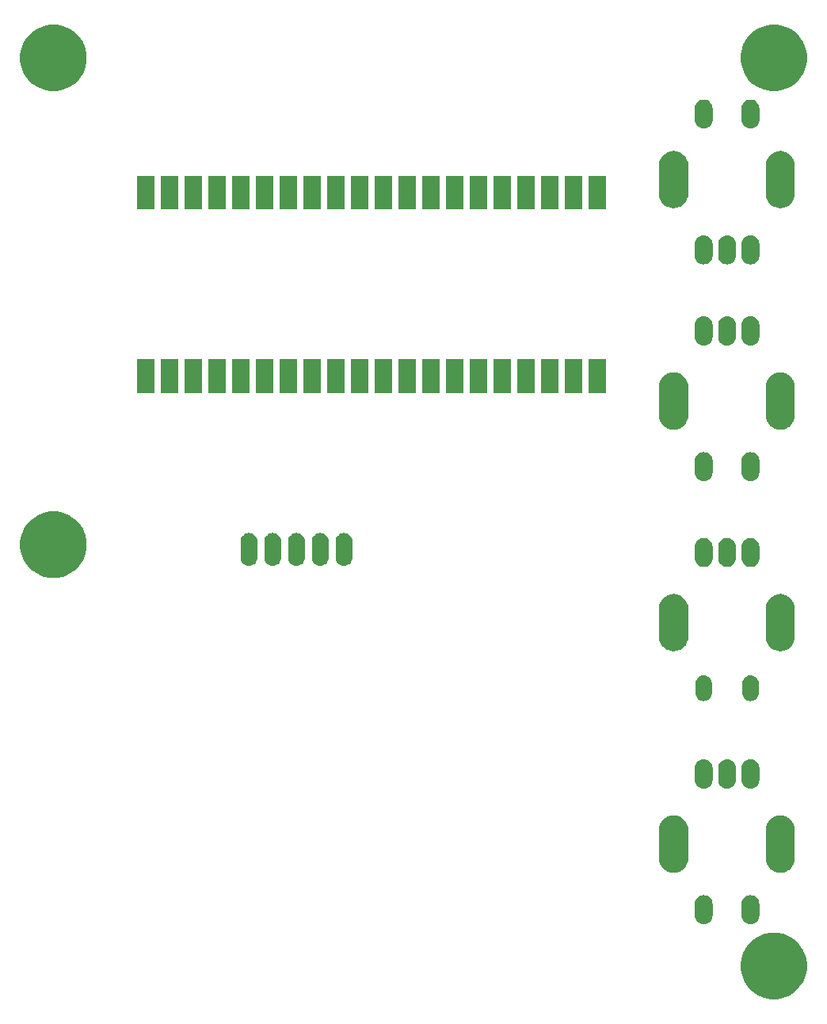
<source format=gbs>
G04 #@! TF.GenerationSoftware,KiCad,Pcbnew,(5.1.5)-3*
G04 #@! TF.CreationDate,2021-07-12T14:21:50+05:30*
G04 #@! TF.ProjectId,RB_Console,52425f43-6f6e-4736-9f6c-652e6b696361,rev?*
G04 #@! TF.SameCoordinates,Original*
G04 #@! TF.FileFunction,Soldermask,Bot*
G04 #@! TF.FilePolarity,Negative*
%FSLAX46Y46*%
G04 Gerber Fmt 4.6, Leading zero omitted, Abs format (unit mm)*
G04 Created by KiCad (PCBNEW (5.1.5)-3) date 2021-07-12 14:21:50*
%MOMM*%
%LPD*%
G04 APERTURE LIST*
%ADD10C,0.100000*%
G04 APERTURE END LIST*
D10*
G36*
X146035787Y-127585462D02*
G01*
X146035790Y-127585463D01*
X146035789Y-127585463D01*
X146682029Y-127853144D01*
X147263631Y-128241758D01*
X147758242Y-128736369D01*
X148146856Y-129317971D01*
X148261541Y-129594845D01*
X148414538Y-129964213D01*
X148551000Y-130650256D01*
X148551000Y-131349744D01*
X148414538Y-132035787D01*
X148414537Y-132035789D01*
X148146856Y-132682029D01*
X147758242Y-133263631D01*
X147263631Y-133758242D01*
X146682029Y-134146856D01*
X146225068Y-134336135D01*
X146035787Y-134414538D01*
X145349744Y-134551000D01*
X144650256Y-134551000D01*
X143964213Y-134414538D01*
X143774932Y-134336135D01*
X143317971Y-134146856D01*
X142736369Y-133758242D01*
X142241758Y-133263631D01*
X141853144Y-132682029D01*
X141585463Y-132035789D01*
X141585462Y-132035787D01*
X141449000Y-131349744D01*
X141449000Y-130650256D01*
X141585462Y-129964213D01*
X141738459Y-129594845D01*
X141853144Y-129317971D01*
X142241758Y-128736369D01*
X142736369Y-128241758D01*
X143317971Y-127853144D01*
X143964211Y-127585463D01*
X143964210Y-127585463D01*
X143964213Y-127585462D01*
X144650256Y-127449000D01*
X145349744Y-127449000D01*
X146035787Y-127585462D01*
G37*
G36*
X137686425Y-123462760D02*
G01*
X137686428Y-123462761D01*
X137686429Y-123462761D01*
X137865693Y-123517140D01*
X137865696Y-123517142D01*
X137865697Y-123517142D01*
X138030903Y-123605446D01*
X138175712Y-123724288D01*
X138294554Y-123869097D01*
X138382858Y-124034303D01*
X138382860Y-124034307D01*
X138437239Y-124213571D01*
X138437240Y-124213575D01*
X138451000Y-124353282D01*
X138451000Y-125646718D01*
X138437240Y-125786425D01*
X138437239Y-125786428D01*
X138437239Y-125786429D01*
X138382860Y-125965693D01*
X138382858Y-125965696D01*
X138382858Y-125965697D01*
X138294554Y-126130903D01*
X138175712Y-126275712D01*
X138030903Y-126394554D01*
X137865696Y-126482858D01*
X137865692Y-126482860D01*
X137686428Y-126537239D01*
X137686427Y-126537239D01*
X137686424Y-126537240D01*
X137500000Y-126555601D01*
X137313575Y-126537240D01*
X137313572Y-126537239D01*
X137313571Y-126537239D01*
X137134307Y-126482860D01*
X137134303Y-126482858D01*
X136969097Y-126394554D01*
X136824288Y-126275712D01*
X136705446Y-126130903D01*
X136617142Y-125965696D01*
X136617141Y-125965693D01*
X136617140Y-125965692D01*
X136562761Y-125786428D01*
X136562761Y-125786427D01*
X136562760Y-125786424D01*
X136549000Y-125646717D01*
X136549000Y-124353282D01*
X136562760Y-124213570D01*
X136617140Y-124034308D01*
X136705447Y-123869097D01*
X136824289Y-123724288D01*
X136969098Y-123605446D01*
X137134304Y-123517142D01*
X137134305Y-123517142D01*
X137134308Y-123517140D01*
X137313572Y-123462761D01*
X137313573Y-123462761D01*
X137313576Y-123462760D01*
X137500000Y-123444399D01*
X137686425Y-123462760D01*
G37*
G36*
X142686425Y-123462760D02*
G01*
X142686428Y-123462761D01*
X142686429Y-123462761D01*
X142865693Y-123517140D01*
X142865696Y-123517142D01*
X142865697Y-123517142D01*
X143030903Y-123605446D01*
X143175712Y-123724288D01*
X143294554Y-123869097D01*
X143382858Y-124034303D01*
X143382860Y-124034307D01*
X143437239Y-124213571D01*
X143437240Y-124213575D01*
X143451000Y-124353282D01*
X143451000Y-125646718D01*
X143437240Y-125786425D01*
X143437239Y-125786428D01*
X143437239Y-125786429D01*
X143382860Y-125965693D01*
X143382858Y-125965696D01*
X143382858Y-125965697D01*
X143294554Y-126130903D01*
X143175712Y-126275712D01*
X143030903Y-126394554D01*
X142865696Y-126482858D01*
X142865692Y-126482860D01*
X142686428Y-126537239D01*
X142686427Y-126537239D01*
X142686424Y-126537240D01*
X142500000Y-126555601D01*
X142313575Y-126537240D01*
X142313572Y-126537239D01*
X142313571Y-126537239D01*
X142134307Y-126482860D01*
X142134303Y-126482858D01*
X141969097Y-126394554D01*
X141824288Y-126275712D01*
X141705446Y-126130903D01*
X141617142Y-125965696D01*
X141617141Y-125965693D01*
X141617140Y-125965692D01*
X141562761Y-125786428D01*
X141562761Y-125786427D01*
X141562760Y-125786424D01*
X141549000Y-125646717D01*
X141549000Y-124353282D01*
X141562760Y-124213570D01*
X141617140Y-124034308D01*
X141705447Y-123869097D01*
X141824289Y-123724288D01*
X141969098Y-123605446D01*
X142134304Y-123517142D01*
X142134305Y-123517142D01*
X142134308Y-123517140D01*
X142313572Y-123462761D01*
X142313573Y-123462761D01*
X142313576Y-123462760D01*
X142500000Y-123444399D01*
X142686425Y-123462760D01*
G37*
G36*
X134604049Y-114971442D02*
G01*
X134896414Y-115060130D01*
X134896416Y-115060131D01*
X135165858Y-115204150D01*
X135402029Y-115397971D01*
X135595850Y-115634142D01*
X135739869Y-115903584D01*
X135739870Y-115903586D01*
X135828558Y-116195951D01*
X135851000Y-116423810D01*
X135851000Y-119576190D01*
X135828558Y-119804049D01*
X135739870Y-120096413D01*
X135739869Y-120096416D01*
X135595850Y-120365858D01*
X135489395Y-120495574D01*
X135402029Y-120602029D01*
X135201768Y-120766378D01*
X135165856Y-120795850D01*
X134896415Y-120939869D01*
X134896413Y-120939870D01*
X134604048Y-121028558D01*
X134300000Y-121058504D01*
X133995951Y-121028558D01*
X133703586Y-120939870D01*
X133703584Y-120939869D01*
X133434142Y-120795850D01*
X133304426Y-120689395D01*
X133197971Y-120602029D01*
X133004151Y-120365857D01*
X132860130Y-120096413D01*
X132771442Y-119804048D01*
X132749000Y-119576189D01*
X132749001Y-116423810D01*
X132771443Y-116195951D01*
X132860131Y-115903586D01*
X132860132Y-115903584D01*
X133004151Y-115634142D01*
X133197972Y-115397971D01*
X133434143Y-115204150D01*
X133703585Y-115060131D01*
X133703587Y-115060130D01*
X133995952Y-114971442D01*
X134300000Y-114941496D01*
X134604049Y-114971442D01*
G37*
G36*
X146004049Y-114971442D02*
G01*
X146296414Y-115060130D01*
X146296416Y-115060131D01*
X146565858Y-115204150D01*
X146802029Y-115397971D01*
X146995850Y-115634142D01*
X147139869Y-115903584D01*
X147139870Y-115903586D01*
X147228558Y-116195951D01*
X147251000Y-116423810D01*
X147251000Y-119576190D01*
X147228558Y-119804049D01*
X147139870Y-120096413D01*
X147139869Y-120096416D01*
X146995850Y-120365858D01*
X146889395Y-120495574D01*
X146802029Y-120602029D01*
X146601768Y-120766378D01*
X146565856Y-120795850D01*
X146296415Y-120939869D01*
X146296413Y-120939870D01*
X146004048Y-121028558D01*
X145700000Y-121058504D01*
X145395951Y-121028558D01*
X145103586Y-120939870D01*
X145103584Y-120939869D01*
X144834142Y-120795850D01*
X144704426Y-120689395D01*
X144597971Y-120602029D01*
X144404151Y-120365857D01*
X144260130Y-120096413D01*
X144171442Y-119804048D01*
X144149000Y-119576189D01*
X144149001Y-116423810D01*
X144171443Y-116195951D01*
X144260131Y-115903586D01*
X144260132Y-115903584D01*
X144404151Y-115634142D01*
X144597972Y-115397971D01*
X144834143Y-115204150D01*
X145103585Y-115060131D01*
X145103587Y-115060130D01*
X145395952Y-114971442D01*
X145700000Y-114941496D01*
X146004049Y-114971442D01*
G37*
G36*
X137686425Y-108962760D02*
G01*
X137686428Y-108962761D01*
X137686429Y-108962761D01*
X137865693Y-109017140D01*
X137865696Y-109017142D01*
X137865697Y-109017142D01*
X138030903Y-109105446D01*
X138175712Y-109224288D01*
X138294554Y-109369097D01*
X138382858Y-109534303D01*
X138382860Y-109534307D01*
X138437239Y-109713571D01*
X138437240Y-109713575D01*
X138451000Y-109853282D01*
X138451000Y-111146718D01*
X138437240Y-111286425D01*
X138437239Y-111286428D01*
X138437239Y-111286429D01*
X138382860Y-111465693D01*
X138382858Y-111465696D01*
X138382858Y-111465697D01*
X138294554Y-111630903D01*
X138175712Y-111775712D01*
X138030903Y-111894554D01*
X137865696Y-111982858D01*
X137865692Y-111982860D01*
X137686428Y-112037239D01*
X137686427Y-112037239D01*
X137686424Y-112037240D01*
X137500000Y-112055601D01*
X137313575Y-112037240D01*
X137313572Y-112037239D01*
X137313571Y-112037239D01*
X137134307Y-111982860D01*
X137134303Y-111982858D01*
X136969097Y-111894554D01*
X136824288Y-111775712D01*
X136705446Y-111630903D01*
X136617142Y-111465696D01*
X136617141Y-111465693D01*
X136617140Y-111465692D01*
X136562761Y-111286428D01*
X136562761Y-111286427D01*
X136562760Y-111286424D01*
X136549000Y-111146717D01*
X136549000Y-109853282D01*
X136562760Y-109713570D01*
X136617140Y-109534308D01*
X136705447Y-109369097D01*
X136824289Y-109224288D01*
X136969098Y-109105446D01*
X137134304Y-109017142D01*
X137134305Y-109017142D01*
X137134308Y-109017140D01*
X137313572Y-108962761D01*
X137313573Y-108962761D01*
X137313576Y-108962760D01*
X137500000Y-108944399D01*
X137686425Y-108962760D01*
G37*
G36*
X140186425Y-108962760D02*
G01*
X140186428Y-108962761D01*
X140186429Y-108962761D01*
X140365693Y-109017140D01*
X140365696Y-109017142D01*
X140365697Y-109017142D01*
X140530903Y-109105446D01*
X140675712Y-109224288D01*
X140794554Y-109369097D01*
X140882858Y-109534303D01*
X140882860Y-109534307D01*
X140937239Y-109713571D01*
X140937240Y-109713575D01*
X140951000Y-109853282D01*
X140951000Y-111146718D01*
X140937240Y-111286425D01*
X140937239Y-111286428D01*
X140937239Y-111286429D01*
X140882860Y-111465693D01*
X140882858Y-111465696D01*
X140882858Y-111465697D01*
X140794554Y-111630903D01*
X140675712Y-111775712D01*
X140530903Y-111894554D01*
X140365696Y-111982858D01*
X140365692Y-111982860D01*
X140186428Y-112037239D01*
X140186427Y-112037239D01*
X140186424Y-112037240D01*
X140000000Y-112055601D01*
X139813575Y-112037240D01*
X139813572Y-112037239D01*
X139813571Y-112037239D01*
X139634307Y-111982860D01*
X139634303Y-111982858D01*
X139469097Y-111894554D01*
X139324288Y-111775712D01*
X139205446Y-111630903D01*
X139117142Y-111465696D01*
X139117141Y-111465693D01*
X139117140Y-111465692D01*
X139062761Y-111286428D01*
X139062761Y-111286427D01*
X139062760Y-111286424D01*
X139049000Y-111146717D01*
X139049000Y-109853282D01*
X139062760Y-109713570D01*
X139117140Y-109534308D01*
X139205447Y-109369097D01*
X139324289Y-109224288D01*
X139469098Y-109105446D01*
X139634304Y-109017142D01*
X139634305Y-109017142D01*
X139634308Y-109017140D01*
X139813572Y-108962761D01*
X139813573Y-108962761D01*
X139813576Y-108962760D01*
X140000000Y-108944399D01*
X140186425Y-108962760D01*
G37*
G36*
X142686425Y-108962760D02*
G01*
X142686428Y-108962761D01*
X142686429Y-108962761D01*
X142865693Y-109017140D01*
X142865696Y-109017142D01*
X142865697Y-109017142D01*
X143030903Y-109105446D01*
X143175712Y-109224288D01*
X143294554Y-109369097D01*
X143382858Y-109534303D01*
X143382860Y-109534307D01*
X143437239Y-109713571D01*
X143437240Y-109713575D01*
X143451000Y-109853282D01*
X143451000Y-111146718D01*
X143437240Y-111286425D01*
X143437239Y-111286428D01*
X143437239Y-111286429D01*
X143382860Y-111465693D01*
X143382858Y-111465696D01*
X143382858Y-111465697D01*
X143294554Y-111630903D01*
X143175712Y-111775712D01*
X143030903Y-111894554D01*
X142865696Y-111982858D01*
X142865692Y-111982860D01*
X142686428Y-112037239D01*
X142686427Y-112037239D01*
X142686424Y-112037240D01*
X142500000Y-112055601D01*
X142313575Y-112037240D01*
X142313572Y-112037239D01*
X142313571Y-112037239D01*
X142134307Y-111982860D01*
X142134303Y-111982858D01*
X141969097Y-111894554D01*
X141824288Y-111775712D01*
X141705446Y-111630903D01*
X141617142Y-111465696D01*
X141617141Y-111465693D01*
X141617140Y-111465692D01*
X141562761Y-111286428D01*
X141562761Y-111286427D01*
X141562760Y-111286424D01*
X141549000Y-111146717D01*
X141549000Y-109853282D01*
X141562760Y-109713570D01*
X141617140Y-109534308D01*
X141705447Y-109369097D01*
X141824289Y-109224288D01*
X141969098Y-109105446D01*
X142134304Y-109017142D01*
X142134305Y-109017142D01*
X142134308Y-109017140D01*
X142313572Y-108962761D01*
X142313573Y-108962761D01*
X142313576Y-108962760D01*
X142500000Y-108944399D01*
X142686425Y-108962760D01*
G37*
G36*
X142671724Y-99966675D02*
G01*
X142836855Y-100016767D01*
X142989033Y-100098108D01*
X143122423Y-100207577D01*
X143231892Y-100340967D01*
X143313233Y-100493145D01*
X143363325Y-100658276D01*
X143376000Y-100786968D01*
X143376000Y-101873032D01*
X143363325Y-102001724D01*
X143313233Y-102166855D01*
X143231892Y-102319033D01*
X143122423Y-102452423D01*
X142989033Y-102561892D01*
X142836855Y-102643233D01*
X142671723Y-102693325D01*
X142500000Y-102710238D01*
X142328276Y-102693325D01*
X142163145Y-102643233D01*
X142010967Y-102561892D01*
X141877577Y-102452423D01*
X141768108Y-102319033D01*
X141686767Y-102166855D01*
X141636675Y-102001723D01*
X141624000Y-101873031D01*
X141624001Y-100786968D01*
X141636676Y-100658276D01*
X141686768Y-100493145D01*
X141768109Y-100340967D01*
X141877578Y-100207577D01*
X142010968Y-100098108D01*
X142163146Y-100016767D01*
X142328277Y-99966675D01*
X142500000Y-99949762D01*
X142671724Y-99966675D01*
G37*
G36*
X137671724Y-99966675D02*
G01*
X137836855Y-100016767D01*
X137989033Y-100098108D01*
X138122423Y-100207577D01*
X138231892Y-100340967D01*
X138313233Y-100493145D01*
X138363325Y-100658276D01*
X138376000Y-100786968D01*
X138376000Y-101873032D01*
X138363325Y-102001724D01*
X138313233Y-102166855D01*
X138231892Y-102319033D01*
X138122423Y-102452423D01*
X137989033Y-102561892D01*
X137836855Y-102643233D01*
X137671723Y-102693325D01*
X137500000Y-102710238D01*
X137328276Y-102693325D01*
X137163145Y-102643233D01*
X137010967Y-102561892D01*
X136877577Y-102452423D01*
X136768108Y-102319033D01*
X136686767Y-102166855D01*
X136636675Y-102001723D01*
X136624000Y-101873031D01*
X136624001Y-100786968D01*
X136636676Y-100658276D01*
X136686768Y-100493145D01*
X136768109Y-100340967D01*
X136877578Y-100207577D01*
X137010968Y-100098108D01*
X137163146Y-100016767D01*
X137328277Y-99966675D01*
X137500000Y-99949762D01*
X137671724Y-99966675D01*
G37*
G36*
X146004049Y-91301442D02*
G01*
X146296414Y-91390130D01*
X146296416Y-91390131D01*
X146565858Y-91534150D01*
X146802029Y-91727971D01*
X146995850Y-91964142D01*
X147139869Y-92233584D01*
X147139870Y-92233586D01*
X147228558Y-92525951D01*
X147251000Y-92753810D01*
X147251000Y-95906190D01*
X147228558Y-96134049D01*
X147139870Y-96426413D01*
X147139869Y-96426416D01*
X146995850Y-96695858D01*
X146889395Y-96825574D01*
X146802029Y-96932029D01*
X146601768Y-97096378D01*
X146565856Y-97125850D01*
X146296415Y-97269869D01*
X146296413Y-97269870D01*
X146004048Y-97358558D01*
X145700000Y-97388504D01*
X145395951Y-97358558D01*
X145103586Y-97269870D01*
X145103584Y-97269869D01*
X144834142Y-97125850D01*
X144704426Y-97019395D01*
X144597971Y-96932029D01*
X144404151Y-96695857D01*
X144260130Y-96426413D01*
X144171442Y-96134048D01*
X144149000Y-95906189D01*
X144149001Y-92753810D01*
X144171443Y-92525951D01*
X144260131Y-92233586D01*
X144260132Y-92233584D01*
X144404151Y-91964142D01*
X144597972Y-91727971D01*
X144834143Y-91534150D01*
X145103585Y-91390131D01*
X145103587Y-91390130D01*
X145395952Y-91301442D01*
X145700000Y-91271496D01*
X146004049Y-91301442D01*
G37*
G36*
X134604049Y-91301442D02*
G01*
X134896414Y-91390130D01*
X134896416Y-91390131D01*
X135165858Y-91534150D01*
X135402029Y-91727971D01*
X135595850Y-91964142D01*
X135739869Y-92233584D01*
X135739870Y-92233586D01*
X135828558Y-92525951D01*
X135851000Y-92753810D01*
X135851000Y-95906190D01*
X135828558Y-96134049D01*
X135739870Y-96426413D01*
X135739869Y-96426416D01*
X135595850Y-96695858D01*
X135489395Y-96825574D01*
X135402029Y-96932029D01*
X135201768Y-97096378D01*
X135165856Y-97125850D01*
X134896415Y-97269869D01*
X134896413Y-97269870D01*
X134604048Y-97358558D01*
X134300000Y-97388504D01*
X133995951Y-97358558D01*
X133703586Y-97269870D01*
X133703584Y-97269869D01*
X133434142Y-97125850D01*
X133304426Y-97019395D01*
X133197971Y-96932029D01*
X133004151Y-96695857D01*
X132860130Y-96426413D01*
X132771442Y-96134048D01*
X132749000Y-95906189D01*
X132749001Y-92753810D01*
X132771443Y-92525951D01*
X132860131Y-92233586D01*
X132860132Y-92233584D01*
X133004151Y-91964142D01*
X133197972Y-91727971D01*
X133434143Y-91534150D01*
X133703585Y-91390131D01*
X133703587Y-91390130D01*
X133995952Y-91301442D01*
X134300000Y-91271496D01*
X134604049Y-91301442D01*
G37*
G36*
X69035787Y-82585462D02*
G01*
X69035790Y-82585463D01*
X69035789Y-82585463D01*
X69682029Y-82853144D01*
X70263631Y-83241758D01*
X70758242Y-83736369D01*
X71146856Y-84317971D01*
X71261541Y-84594845D01*
X71414538Y-84964213D01*
X71551000Y-85650256D01*
X71551000Y-86349744D01*
X71414538Y-87035787D01*
X71414537Y-87035789D01*
X71146856Y-87682029D01*
X70758242Y-88263631D01*
X70263631Y-88758242D01*
X69682029Y-89146856D01*
X69225068Y-89336135D01*
X69035787Y-89414538D01*
X68349744Y-89551000D01*
X67650256Y-89551000D01*
X66964213Y-89414538D01*
X66774932Y-89336135D01*
X66317971Y-89146856D01*
X65736369Y-88758242D01*
X65241758Y-88263631D01*
X64853144Y-87682029D01*
X64585463Y-87035789D01*
X64585462Y-87035787D01*
X64449000Y-86349744D01*
X64449000Y-85650256D01*
X64585462Y-84964213D01*
X64738459Y-84594845D01*
X64853144Y-84317971D01*
X65241758Y-83736369D01*
X65736369Y-83241758D01*
X66317971Y-82853144D01*
X66964211Y-82585463D01*
X66964210Y-82585463D01*
X66964213Y-82585462D01*
X67650256Y-82449000D01*
X68349744Y-82449000D01*
X69035787Y-82585462D01*
G37*
G36*
X142686425Y-85292760D02*
G01*
X142686428Y-85292761D01*
X142686429Y-85292761D01*
X142865693Y-85347140D01*
X142865696Y-85347142D01*
X142865697Y-85347142D01*
X143030903Y-85435446D01*
X143175712Y-85554288D01*
X143294554Y-85699097D01*
X143382858Y-85864303D01*
X143382860Y-85864307D01*
X143437239Y-86043571D01*
X143437240Y-86043575D01*
X143451000Y-86183282D01*
X143451000Y-87476718D01*
X143437240Y-87616425D01*
X143437239Y-87616428D01*
X143437239Y-87616429D01*
X143382860Y-87795693D01*
X143382858Y-87795696D01*
X143382858Y-87795697D01*
X143294554Y-87960903D01*
X143175712Y-88105712D01*
X143030903Y-88224554D01*
X142865696Y-88312858D01*
X142865692Y-88312860D01*
X142686428Y-88367239D01*
X142686427Y-88367239D01*
X142686424Y-88367240D01*
X142500000Y-88385601D01*
X142313575Y-88367240D01*
X142313572Y-88367239D01*
X142313571Y-88367239D01*
X142134307Y-88312860D01*
X142134303Y-88312858D01*
X141969097Y-88224554D01*
X141824288Y-88105712D01*
X141705446Y-87960903D01*
X141617142Y-87795696D01*
X141617141Y-87795693D01*
X141617140Y-87795692D01*
X141562761Y-87616428D01*
X141562761Y-87616427D01*
X141562760Y-87616424D01*
X141549000Y-87476717D01*
X141549000Y-86183282D01*
X141562760Y-86043570D01*
X141617140Y-85864308D01*
X141705447Y-85699097D01*
X141824289Y-85554288D01*
X141969098Y-85435446D01*
X142134304Y-85347142D01*
X142134305Y-85347142D01*
X142134308Y-85347140D01*
X142313572Y-85292761D01*
X142313573Y-85292761D01*
X142313576Y-85292760D01*
X142500000Y-85274399D01*
X142686425Y-85292760D01*
G37*
G36*
X140186425Y-85292760D02*
G01*
X140186428Y-85292761D01*
X140186429Y-85292761D01*
X140365693Y-85347140D01*
X140365696Y-85347142D01*
X140365697Y-85347142D01*
X140530903Y-85435446D01*
X140675712Y-85554288D01*
X140794554Y-85699097D01*
X140882858Y-85864303D01*
X140882860Y-85864307D01*
X140937239Y-86043571D01*
X140937240Y-86043575D01*
X140951000Y-86183282D01*
X140951000Y-87476718D01*
X140937240Y-87616425D01*
X140937239Y-87616428D01*
X140937239Y-87616429D01*
X140882860Y-87795693D01*
X140882858Y-87795696D01*
X140882858Y-87795697D01*
X140794554Y-87960903D01*
X140675712Y-88105712D01*
X140530903Y-88224554D01*
X140365696Y-88312858D01*
X140365692Y-88312860D01*
X140186428Y-88367239D01*
X140186427Y-88367239D01*
X140186424Y-88367240D01*
X140000000Y-88385601D01*
X139813575Y-88367240D01*
X139813572Y-88367239D01*
X139813571Y-88367239D01*
X139634307Y-88312860D01*
X139634303Y-88312858D01*
X139469097Y-88224554D01*
X139324288Y-88105712D01*
X139205446Y-87960903D01*
X139117142Y-87795696D01*
X139117141Y-87795693D01*
X139117140Y-87795692D01*
X139062761Y-87616428D01*
X139062761Y-87616427D01*
X139062760Y-87616424D01*
X139049000Y-87476717D01*
X139049000Y-86183282D01*
X139062760Y-86043570D01*
X139117140Y-85864308D01*
X139205447Y-85699097D01*
X139324289Y-85554288D01*
X139469098Y-85435446D01*
X139634304Y-85347142D01*
X139634305Y-85347142D01*
X139634308Y-85347140D01*
X139813572Y-85292761D01*
X139813573Y-85292761D01*
X139813576Y-85292760D01*
X140000000Y-85274399D01*
X140186425Y-85292760D01*
G37*
G36*
X137686425Y-85292760D02*
G01*
X137686428Y-85292761D01*
X137686429Y-85292761D01*
X137865693Y-85347140D01*
X137865696Y-85347142D01*
X137865697Y-85347142D01*
X138030903Y-85435446D01*
X138175712Y-85554288D01*
X138294554Y-85699097D01*
X138382858Y-85864303D01*
X138382860Y-85864307D01*
X138437239Y-86043571D01*
X138437240Y-86043575D01*
X138451000Y-86183282D01*
X138451000Y-87476718D01*
X138437240Y-87616425D01*
X138437239Y-87616428D01*
X138437239Y-87616429D01*
X138382860Y-87795693D01*
X138382858Y-87795696D01*
X138382858Y-87795697D01*
X138294554Y-87960903D01*
X138175712Y-88105712D01*
X138030903Y-88224554D01*
X137865696Y-88312858D01*
X137865692Y-88312860D01*
X137686428Y-88367239D01*
X137686427Y-88367239D01*
X137686424Y-88367240D01*
X137500000Y-88385601D01*
X137313575Y-88367240D01*
X137313572Y-88367239D01*
X137313571Y-88367239D01*
X137134307Y-88312860D01*
X137134303Y-88312858D01*
X136969097Y-88224554D01*
X136824288Y-88105712D01*
X136705446Y-87960903D01*
X136617142Y-87795696D01*
X136617141Y-87795693D01*
X136617140Y-87795692D01*
X136562761Y-87616428D01*
X136562761Y-87616427D01*
X136562760Y-87616424D01*
X136549000Y-87476717D01*
X136549000Y-86183282D01*
X136562760Y-86043570D01*
X136617140Y-85864308D01*
X136705447Y-85699097D01*
X136824289Y-85554288D01*
X136969098Y-85435446D01*
X137134304Y-85347142D01*
X137134305Y-85347142D01*
X137134308Y-85347140D01*
X137313572Y-85292761D01*
X137313573Y-85292761D01*
X137313576Y-85292760D01*
X137500000Y-85274399D01*
X137686425Y-85292760D01*
G37*
G36*
X91616626Y-84762037D02*
G01*
X91786465Y-84813557D01*
X91786467Y-84813558D01*
X91942989Y-84897221D01*
X92080186Y-85009814D01*
X92163448Y-85111271D01*
X92192778Y-85147009D01*
X92276443Y-85303534D01*
X92327963Y-85473373D01*
X92327963Y-85473375D01*
X92335412Y-85549000D01*
X92341000Y-85605742D01*
X92341000Y-87394258D01*
X92327963Y-87526627D01*
X92276443Y-87696466D01*
X92192778Y-87852991D01*
X92163448Y-87888729D01*
X92080186Y-87990186D01*
X91983194Y-88069784D01*
X91942991Y-88102778D01*
X91786466Y-88186443D01*
X91616627Y-88237963D01*
X91440000Y-88255359D01*
X91263374Y-88237963D01*
X91093535Y-88186443D01*
X90937010Y-88102778D01*
X90896807Y-88069784D01*
X90799815Y-87990186D01*
X90716553Y-87888729D01*
X90687223Y-87852991D01*
X90603558Y-87696466D01*
X90552038Y-87526627D01*
X90539001Y-87394258D01*
X90539000Y-85605743D01*
X90552037Y-85473374D01*
X90603557Y-85303535D01*
X90609316Y-85292760D01*
X90687221Y-85147011D01*
X90799814Y-85009814D01*
X90901271Y-84926552D01*
X90937009Y-84897222D01*
X91093534Y-84813557D01*
X91263373Y-84762037D01*
X91440000Y-84744641D01*
X91616626Y-84762037D01*
G37*
G36*
X99236626Y-84762037D02*
G01*
X99406465Y-84813557D01*
X99406467Y-84813558D01*
X99562989Y-84897221D01*
X99700186Y-85009814D01*
X99783448Y-85111271D01*
X99812778Y-85147009D01*
X99896443Y-85303534D01*
X99947963Y-85473373D01*
X99947963Y-85473375D01*
X99955412Y-85549000D01*
X99961000Y-85605742D01*
X99961000Y-87394258D01*
X99947963Y-87526627D01*
X99896443Y-87696466D01*
X99812778Y-87852991D01*
X99783448Y-87888729D01*
X99700186Y-87990186D01*
X99603194Y-88069784D01*
X99562991Y-88102778D01*
X99406466Y-88186443D01*
X99236627Y-88237963D01*
X99060000Y-88255359D01*
X98883374Y-88237963D01*
X98713535Y-88186443D01*
X98557010Y-88102778D01*
X98516807Y-88069784D01*
X98419815Y-87990186D01*
X98336553Y-87888729D01*
X98307223Y-87852991D01*
X98223558Y-87696466D01*
X98172038Y-87526627D01*
X98159001Y-87394258D01*
X98159000Y-85605743D01*
X98172037Y-85473374D01*
X98223557Y-85303535D01*
X98229316Y-85292760D01*
X98307221Y-85147011D01*
X98419814Y-85009814D01*
X98521271Y-84926552D01*
X98557009Y-84897222D01*
X98713534Y-84813557D01*
X98883373Y-84762037D01*
X99060000Y-84744641D01*
X99236626Y-84762037D01*
G37*
G36*
X96696626Y-84762037D02*
G01*
X96866465Y-84813557D01*
X96866467Y-84813558D01*
X97022989Y-84897221D01*
X97160186Y-85009814D01*
X97243448Y-85111271D01*
X97272778Y-85147009D01*
X97356443Y-85303534D01*
X97407963Y-85473373D01*
X97407963Y-85473375D01*
X97415412Y-85549000D01*
X97421000Y-85605742D01*
X97421000Y-87394258D01*
X97407963Y-87526627D01*
X97356443Y-87696466D01*
X97272778Y-87852991D01*
X97243448Y-87888729D01*
X97160186Y-87990186D01*
X97063194Y-88069784D01*
X97022991Y-88102778D01*
X96866466Y-88186443D01*
X96696627Y-88237963D01*
X96520000Y-88255359D01*
X96343374Y-88237963D01*
X96173535Y-88186443D01*
X96017010Y-88102778D01*
X95976807Y-88069784D01*
X95879815Y-87990186D01*
X95796553Y-87888729D01*
X95767223Y-87852991D01*
X95683558Y-87696466D01*
X95632038Y-87526627D01*
X95619001Y-87394258D01*
X95619000Y-85605743D01*
X95632037Y-85473374D01*
X95683557Y-85303535D01*
X95689316Y-85292760D01*
X95767221Y-85147011D01*
X95879814Y-85009814D01*
X95981271Y-84926552D01*
X96017009Y-84897222D01*
X96173534Y-84813557D01*
X96343373Y-84762037D01*
X96520000Y-84744641D01*
X96696626Y-84762037D01*
G37*
G36*
X94156626Y-84762037D02*
G01*
X94326465Y-84813557D01*
X94326467Y-84813558D01*
X94482989Y-84897221D01*
X94620186Y-85009814D01*
X94703448Y-85111271D01*
X94732778Y-85147009D01*
X94816443Y-85303534D01*
X94867963Y-85473373D01*
X94867963Y-85473375D01*
X94875412Y-85549000D01*
X94881000Y-85605742D01*
X94881000Y-87394258D01*
X94867963Y-87526627D01*
X94816443Y-87696466D01*
X94732778Y-87852991D01*
X94703448Y-87888729D01*
X94620186Y-87990186D01*
X94523194Y-88069784D01*
X94482991Y-88102778D01*
X94326466Y-88186443D01*
X94156627Y-88237963D01*
X93980000Y-88255359D01*
X93803374Y-88237963D01*
X93633535Y-88186443D01*
X93477010Y-88102778D01*
X93436807Y-88069784D01*
X93339815Y-87990186D01*
X93256553Y-87888729D01*
X93227223Y-87852991D01*
X93143558Y-87696466D01*
X93092038Y-87526627D01*
X93079001Y-87394258D01*
X93079000Y-85605743D01*
X93092037Y-85473374D01*
X93143557Y-85303535D01*
X93149316Y-85292760D01*
X93227221Y-85147011D01*
X93339814Y-85009814D01*
X93441271Y-84926552D01*
X93477009Y-84897222D01*
X93633534Y-84813557D01*
X93803373Y-84762037D01*
X93980000Y-84744641D01*
X94156626Y-84762037D01*
G37*
G36*
X89076626Y-84762037D02*
G01*
X89246465Y-84813557D01*
X89246467Y-84813558D01*
X89402989Y-84897221D01*
X89540186Y-85009814D01*
X89623448Y-85111271D01*
X89652778Y-85147009D01*
X89736443Y-85303534D01*
X89787963Y-85473373D01*
X89787963Y-85473375D01*
X89795412Y-85549000D01*
X89801000Y-85605742D01*
X89801000Y-87394258D01*
X89787963Y-87526627D01*
X89736443Y-87696466D01*
X89652778Y-87852991D01*
X89623448Y-87888729D01*
X89540186Y-87990186D01*
X89443194Y-88069784D01*
X89402991Y-88102778D01*
X89246466Y-88186443D01*
X89076627Y-88237963D01*
X88900000Y-88255359D01*
X88723374Y-88237963D01*
X88553535Y-88186443D01*
X88397010Y-88102778D01*
X88356807Y-88069784D01*
X88259815Y-87990186D01*
X88176553Y-87888729D01*
X88147223Y-87852991D01*
X88063558Y-87696466D01*
X88012038Y-87526627D01*
X87999001Y-87394258D01*
X87999000Y-85605743D01*
X88012037Y-85473374D01*
X88063557Y-85303535D01*
X88069316Y-85292760D01*
X88147221Y-85147011D01*
X88259814Y-85009814D01*
X88361271Y-84926552D01*
X88397009Y-84897222D01*
X88553534Y-84813557D01*
X88723373Y-84762037D01*
X88900000Y-84744641D01*
X89076626Y-84762037D01*
G37*
G36*
X142686425Y-76122760D02*
G01*
X142686428Y-76122761D01*
X142686429Y-76122761D01*
X142865693Y-76177140D01*
X142865696Y-76177142D01*
X142865697Y-76177142D01*
X143030903Y-76265446D01*
X143175712Y-76384288D01*
X143294554Y-76529097D01*
X143382858Y-76694303D01*
X143382860Y-76694307D01*
X143437239Y-76873571D01*
X143437240Y-76873575D01*
X143451000Y-77013282D01*
X143451000Y-78306718D01*
X143437240Y-78446425D01*
X143437239Y-78446428D01*
X143437239Y-78446429D01*
X143382860Y-78625693D01*
X143382858Y-78625696D01*
X143382858Y-78625697D01*
X143294554Y-78790903D01*
X143175712Y-78935712D01*
X143030903Y-79054554D01*
X142865696Y-79142858D01*
X142865692Y-79142860D01*
X142686428Y-79197239D01*
X142686427Y-79197239D01*
X142686424Y-79197240D01*
X142500000Y-79215601D01*
X142313575Y-79197240D01*
X142313572Y-79197239D01*
X142313571Y-79197239D01*
X142134307Y-79142860D01*
X142134303Y-79142858D01*
X141969097Y-79054554D01*
X141824288Y-78935712D01*
X141705446Y-78790903D01*
X141617142Y-78625696D01*
X141617141Y-78625693D01*
X141617140Y-78625692D01*
X141562761Y-78446428D01*
X141562761Y-78446427D01*
X141562760Y-78446424D01*
X141549000Y-78306717D01*
X141549000Y-77013282D01*
X141562760Y-76873570D01*
X141617140Y-76694308D01*
X141705447Y-76529097D01*
X141824289Y-76384288D01*
X141969098Y-76265446D01*
X142134304Y-76177142D01*
X142134305Y-76177142D01*
X142134308Y-76177140D01*
X142313572Y-76122761D01*
X142313573Y-76122761D01*
X142313576Y-76122760D01*
X142500000Y-76104399D01*
X142686425Y-76122760D01*
G37*
G36*
X137686425Y-76122760D02*
G01*
X137686428Y-76122761D01*
X137686429Y-76122761D01*
X137865693Y-76177140D01*
X137865696Y-76177142D01*
X137865697Y-76177142D01*
X138030903Y-76265446D01*
X138175712Y-76384288D01*
X138294554Y-76529097D01*
X138382858Y-76694303D01*
X138382860Y-76694307D01*
X138437239Y-76873571D01*
X138437240Y-76873575D01*
X138451000Y-77013282D01*
X138451000Y-78306718D01*
X138437240Y-78446425D01*
X138437239Y-78446428D01*
X138437239Y-78446429D01*
X138382860Y-78625693D01*
X138382858Y-78625696D01*
X138382858Y-78625697D01*
X138294554Y-78790903D01*
X138175712Y-78935712D01*
X138030903Y-79054554D01*
X137865696Y-79142858D01*
X137865692Y-79142860D01*
X137686428Y-79197239D01*
X137686427Y-79197239D01*
X137686424Y-79197240D01*
X137500000Y-79215601D01*
X137313575Y-79197240D01*
X137313572Y-79197239D01*
X137313571Y-79197239D01*
X137134307Y-79142860D01*
X137134303Y-79142858D01*
X136969097Y-79054554D01*
X136824288Y-78935712D01*
X136705446Y-78790903D01*
X136617142Y-78625696D01*
X136617141Y-78625693D01*
X136617140Y-78625692D01*
X136562761Y-78446428D01*
X136562761Y-78446427D01*
X136562760Y-78446424D01*
X136549000Y-78306717D01*
X136549000Y-77013282D01*
X136562760Y-76873570D01*
X136617140Y-76694308D01*
X136705447Y-76529097D01*
X136824289Y-76384288D01*
X136969098Y-76265446D01*
X137134304Y-76177142D01*
X137134305Y-76177142D01*
X137134308Y-76177140D01*
X137313572Y-76122761D01*
X137313573Y-76122761D01*
X137313576Y-76122760D01*
X137500000Y-76104399D01*
X137686425Y-76122760D01*
G37*
G36*
X146004049Y-67631442D02*
G01*
X146296414Y-67720130D01*
X146296416Y-67720131D01*
X146565858Y-67864150D01*
X146802029Y-68057971D01*
X146995850Y-68294142D01*
X147139869Y-68563584D01*
X147139870Y-68563586D01*
X147228558Y-68855951D01*
X147251000Y-69083810D01*
X147251000Y-72236190D01*
X147228558Y-72464049D01*
X147139870Y-72756413D01*
X147139869Y-72756416D01*
X146995850Y-73025858D01*
X146889395Y-73155574D01*
X146802029Y-73262029D01*
X146601768Y-73426378D01*
X146565856Y-73455850D01*
X146296415Y-73599869D01*
X146296413Y-73599870D01*
X146004048Y-73688558D01*
X145700000Y-73718504D01*
X145395951Y-73688558D01*
X145103586Y-73599870D01*
X145103584Y-73599869D01*
X144834142Y-73455850D01*
X144704426Y-73349395D01*
X144597971Y-73262029D01*
X144404151Y-73025857D01*
X144260130Y-72756413D01*
X144171442Y-72464048D01*
X144149000Y-72236189D01*
X144149001Y-69083810D01*
X144171443Y-68855951D01*
X144260131Y-68563586D01*
X144260132Y-68563584D01*
X144404151Y-68294142D01*
X144597972Y-68057971D01*
X144834143Y-67864150D01*
X145103585Y-67720131D01*
X145103587Y-67720130D01*
X145395952Y-67631442D01*
X145700000Y-67601496D01*
X146004049Y-67631442D01*
G37*
G36*
X134604049Y-67631442D02*
G01*
X134896414Y-67720130D01*
X134896416Y-67720131D01*
X135165858Y-67864150D01*
X135402029Y-68057971D01*
X135595850Y-68294142D01*
X135739869Y-68563584D01*
X135739870Y-68563586D01*
X135828558Y-68855951D01*
X135851000Y-69083810D01*
X135851000Y-72236190D01*
X135828558Y-72464049D01*
X135739870Y-72756413D01*
X135739869Y-72756416D01*
X135595850Y-73025858D01*
X135489395Y-73155574D01*
X135402029Y-73262029D01*
X135201768Y-73426378D01*
X135165856Y-73455850D01*
X134896415Y-73599869D01*
X134896413Y-73599870D01*
X134604048Y-73688558D01*
X134300000Y-73718504D01*
X133995951Y-73688558D01*
X133703586Y-73599870D01*
X133703584Y-73599869D01*
X133434142Y-73455850D01*
X133304426Y-73349395D01*
X133197971Y-73262029D01*
X133004151Y-73025857D01*
X132860130Y-72756413D01*
X132771442Y-72464048D01*
X132749000Y-72236189D01*
X132749001Y-69083810D01*
X132771443Y-68855951D01*
X132860131Y-68563586D01*
X132860132Y-68563584D01*
X133004151Y-68294142D01*
X133197972Y-68057971D01*
X133434143Y-67864150D01*
X133703585Y-67720131D01*
X133703587Y-67720130D01*
X133995952Y-67631442D01*
X134300000Y-67601496D01*
X134604049Y-67631442D01*
G37*
G36*
X88931000Y-69791000D02*
G01*
X87129000Y-69791000D01*
X87129000Y-66189000D01*
X88931000Y-66189000D01*
X88931000Y-69791000D01*
G37*
G36*
X81311000Y-69791000D02*
G01*
X79509000Y-69791000D01*
X79509000Y-66189000D01*
X81311000Y-66189000D01*
X81311000Y-69791000D01*
G37*
G36*
X78771000Y-69791000D02*
G01*
X76969000Y-69791000D01*
X76969000Y-66189000D01*
X78771000Y-66189000D01*
X78771000Y-69791000D01*
G37*
G36*
X127031000Y-69791000D02*
G01*
X125229000Y-69791000D01*
X125229000Y-66189000D01*
X127031000Y-66189000D01*
X127031000Y-69791000D01*
G37*
G36*
X124491000Y-69791000D02*
G01*
X122689000Y-69791000D01*
X122689000Y-66189000D01*
X124491000Y-66189000D01*
X124491000Y-69791000D01*
G37*
G36*
X116871000Y-69791000D02*
G01*
X115069000Y-69791000D01*
X115069000Y-66189000D01*
X116871000Y-66189000D01*
X116871000Y-69791000D01*
G37*
G36*
X86391000Y-69791000D02*
G01*
X84589000Y-69791000D01*
X84589000Y-66189000D01*
X86391000Y-66189000D01*
X86391000Y-69791000D01*
G37*
G36*
X94011000Y-69791000D02*
G01*
X92209000Y-69791000D01*
X92209000Y-66189000D01*
X94011000Y-66189000D01*
X94011000Y-69791000D01*
G37*
G36*
X96551000Y-69791000D02*
G01*
X94749000Y-69791000D01*
X94749000Y-66189000D01*
X96551000Y-66189000D01*
X96551000Y-69791000D01*
G37*
G36*
X99091000Y-69791000D02*
G01*
X97289000Y-69791000D01*
X97289000Y-66189000D01*
X99091000Y-66189000D01*
X99091000Y-69791000D01*
G37*
G36*
X104171000Y-69791000D02*
G01*
X102369000Y-69791000D01*
X102369000Y-66189000D01*
X104171000Y-66189000D01*
X104171000Y-69791000D01*
G37*
G36*
X106711000Y-69791000D02*
G01*
X104909000Y-69791000D01*
X104909000Y-66189000D01*
X106711000Y-66189000D01*
X106711000Y-69791000D01*
G37*
G36*
X109251000Y-69791000D02*
G01*
X107449000Y-69791000D01*
X107449000Y-66189000D01*
X109251000Y-66189000D01*
X109251000Y-69791000D01*
G37*
G36*
X111791000Y-69791000D02*
G01*
X109989000Y-69791000D01*
X109989000Y-66189000D01*
X111791000Y-66189000D01*
X111791000Y-69791000D01*
G37*
G36*
X114331000Y-69791000D02*
G01*
X112529000Y-69791000D01*
X112529000Y-66189000D01*
X114331000Y-66189000D01*
X114331000Y-69791000D01*
G37*
G36*
X91471000Y-69791000D02*
G01*
X89669000Y-69791000D01*
X89669000Y-66189000D01*
X91471000Y-66189000D01*
X91471000Y-69791000D01*
G37*
G36*
X119411000Y-69791000D02*
G01*
X117609000Y-69791000D01*
X117609000Y-66189000D01*
X119411000Y-66189000D01*
X119411000Y-69791000D01*
G37*
G36*
X83851000Y-69791000D02*
G01*
X82049000Y-69791000D01*
X82049000Y-66189000D01*
X83851000Y-66189000D01*
X83851000Y-69791000D01*
G37*
G36*
X121951000Y-69791000D02*
G01*
X120149000Y-69791000D01*
X120149000Y-66189000D01*
X121951000Y-66189000D01*
X121951000Y-69791000D01*
G37*
G36*
X101631000Y-69791000D02*
G01*
X99829000Y-69791000D01*
X99829000Y-66189000D01*
X101631000Y-66189000D01*
X101631000Y-69791000D01*
G37*
G36*
X137686425Y-61622760D02*
G01*
X137686428Y-61622761D01*
X137686429Y-61622761D01*
X137865693Y-61677140D01*
X137865696Y-61677142D01*
X137865697Y-61677142D01*
X138030903Y-61765446D01*
X138175712Y-61884288D01*
X138294554Y-62029097D01*
X138382858Y-62194303D01*
X138382860Y-62194307D01*
X138437239Y-62373571D01*
X138437240Y-62373575D01*
X138451000Y-62513282D01*
X138451000Y-63806718D01*
X138437240Y-63946425D01*
X138437239Y-63946428D01*
X138437239Y-63946429D01*
X138382860Y-64125693D01*
X138382858Y-64125696D01*
X138382858Y-64125697D01*
X138294554Y-64290903D01*
X138175712Y-64435712D01*
X138030903Y-64554554D01*
X137865696Y-64642858D01*
X137865692Y-64642860D01*
X137686428Y-64697239D01*
X137686427Y-64697239D01*
X137686424Y-64697240D01*
X137500000Y-64715601D01*
X137313575Y-64697240D01*
X137313572Y-64697239D01*
X137313571Y-64697239D01*
X137134307Y-64642860D01*
X137134303Y-64642858D01*
X136969097Y-64554554D01*
X136824288Y-64435712D01*
X136705446Y-64290903D01*
X136617142Y-64125696D01*
X136617141Y-64125693D01*
X136617140Y-64125692D01*
X136562761Y-63946428D01*
X136562761Y-63946427D01*
X136562760Y-63946424D01*
X136549000Y-63806717D01*
X136549000Y-62513282D01*
X136562760Y-62373570D01*
X136617140Y-62194308D01*
X136705447Y-62029097D01*
X136824289Y-61884288D01*
X136969098Y-61765446D01*
X137134304Y-61677142D01*
X137134305Y-61677142D01*
X137134308Y-61677140D01*
X137313572Y-61622761D01*
X137313573Y-61622761D01*
X137313576Y-61622760D01*
X137500000Y-61604399D01*
X137686425Y-61622760D01*
G37*
G36*
X140186425Y-61622760D02*
G01*
X140186428Y-61622761D01*
X140186429Y-61622761D01*
X140365693Y-61677140D01*
X140365696Y-61677142D01*
X140365697Y-61677142D01*
X140530903Y-61765446D01*
X140675712Y-61884288D01*
X140794554Y-62029097D01*
X140882858Y-62194303D01*
X140882860Y-62194307D01*
X140937239Y-62373571D01*
X140937240Y-62373575D01*
X140951000Y-62513282D01*
X140951000Y-63806718D01*
X140937240Y-63946425D01*
X140937239Y-63946428D01*
X140937239Y-63946429D01*
X140882860Y-64125693D01*
X140882858Y-64125696D01*
X140882858Y-64125697D01*
X140794554Y-64290903D01*
X140675712Y-64435712D01*
X140530903Y-64554554D01*
X140365696Y-64642858D01*
X140365692Y-64642860D01*
X140186428Y-64697239D01*
X140186427Y-64697239D01*
X140186424Y-64697240D01*
X140000000Y-64715601D01*
X139813575Y-64697240D01*
X139813572Y-64697239D01*
X139813571Y-64697239D01*
X139634307Y-64642860D01*
X139634303Y-64642858D01*
X139469097Y-64554554D01*
X139324288Y-64435712D01*
X139205446Y-64290903D01*
X139117142Y-64125696D01*
X139117141Y-64125693D01*
X139117140Y-64125692D01*
X139062761Y-63946428D01*
X139062761Y-63946427D01*
X139062760Y-63946424D01*
X139049000Y-63806717D01*
X139049000Y-62513282D01*
X139062760Y-62373570D01*
X139117140Y-62194308D01*
X139205447Y-62029097D01*
X139324289Y-61884288D01*
X139469098Y-61765446D01*
X139634304Y-61677142D01*
X139634305Y-61677142D01*
X139634308Y-61677140D01*
X139813572Y-61622761D01*
X139813573Y-61622761D01*
X139813576Y-61622760D01*
X140000000Y-61604399D01*
X140186425Y-61622760D01*
G37*
G36*
X142686425Y-61622760D02*
G01*
X142686428Y-61622761D01*
X142686429Y-61622761D01*
X142865693Y-61677140D01*
X142865696Y-61677142D01*
X142865697Y-61677142D01*
X143030903Y-61765446D01*
X143175712Y-61884288D01*
X143294554Y-62029097D01*
X143382858Y-62194303D01*
X143382860Y-62194307D01*
X143437239Y-62373571D01*
X143437240Y-62373575D01*
X143451000Y-62513282D01*
X143451000Y-63806718D01*
X143437240Y-63946425D01*
X143437239Y-63946428D01*
X143437239Y-63946429D01*
X143382860Y-64125693D01*
X143382858Y-64125696D01*
X143382858Y-64125697D01*
X143294554Y-64290903D01*
X143175712Y-64435712D01*
X143030903Y-64554554D01*
X142865696Y-64642858D01*
X142865692Y-64642860D01*
X142686428Y-64697239D01*
X142686427Y-64697239D01*
X142686424Y-64697240D01*
X142500000Y-64715601D01*
X142313575Y-64697240D01*
X142313572Y-64697239D01*
X142313571Y-64697239D01*
X142134307Y-64642860D01*
X142134303Y-64642858D01*
X141969097Y-64554554D01*
X141824288Y-64435712D01*
X141705446Y-64290903D01*
X141617142Y-64125696D01*
X141617141Y-64125693D01*
X141617140Y-64125692D01*
X141562761Y-63946428D01*
X141562761Y-63946427D01*
X141562760Y-63946424D01*
X141549000Y-63806717D01*
X141549000Y-62513282D01*
X141562760Y-62373570D01*
X141617140Y-62194308D01*
X141705447Y-62029097D01*
X141824289Y-61884288D01*
X141969098Y-61765446D01*
X142134304Y-61677142D01*
X142134305Y-61677142D01*
X142134308Y-61677140D01*
X142313572Y-61622761D01*
X142313573Y-61622761D01*
X142313576Y-61622760D01*
X142500000Y-61604399D01*
X142686425Y-61622760D01*
G37*
G36*
X142686424Y-52962760D02*
G01*
X142686427Y-52962761D01*
X142686428Y-52962761D01*
X142865692Y-53017140D01*
X142865695Y-53017142D01*
X142865696Y-53017142D01*
X143030903Y-53105446D01*
X143175712Y-53224288D01*
X143294554Y-53369097D01*
X143382858Y-53534303D01*
X143382860Y-53534307D01*
X143382860Y-53534308D01*
X143437240Y-53713575D01*
X143451000Y-53853282D01*
X143451000Y-55146718D01*
X143437240Y-55286425D01*
X143437239Y-55286428D01*
X143437239Y-55286429D01*
X143382860Y-55465693D01*
X143382858Y-55465696D01*
X143382858Y-55465697D01*
X143294554Y-55630903D01*
X143175712Y-55775712D01*
X143030903Y-55894554D01*
X142865697Y-55982858D01*
X142865693Y-55982860D01*
X142686429Y-56037239D01*
X142686428Y-56037239D01*
X142686425Y-56037240D01*
X142500000Y-56055601D01*
X142313576Y-56037240D01*
X142313573Y-56037239D01*
X142313572Y-56037239D01*
X142134308Y-55982860D01*
X142134304Y-55982858D01*
X141969098Y-55894554D01*
X141824289Y-55775712D01*
X141705447Y-55630903D01*
X141617140Y-55465692D01*
X141562760Y-55286430D01*
X141549000Y-55146718D01*
X141549000Y-53853283D01*
X141562760Y-53713576D01*
X141562761Y-53713572D01*
X141617140Y-53534308D01*
X141617143Y-53534303D01*
X141705446Y-53369097D01*
X141824288Y-53224288D01*
X141969097Y-53105446D01*
X142134303Y-53017142D01*
X142134304Y-53017142D01*
X142134307Y-53017140D01*
X142313571Y-52962761D01*
X142313572Y-52962761D01*
X142313575Y-52962760D01*
X142500000Y-52944399D01*
X142686424Y-52962760D01*
G37*
G36*
X140186424Y-52962760D02*
G01*
X140186427Y-52962761D01*
X140186428Y-52962761D01*
X140365692Y-53017140D01*
X140365695Y-53017142D01*
X140365696Y-53017142D01*
X140530903Y-53105446D01*
X140675712Y-53224288D01*
X140794554Y-53369097D01*
X140882858Y-53534303D01*
X140882860Y-53534307D01*
X140882860Y-53534308D01*
X140937240Y-53713575D01*
X140951000Y-53853282D01*
X140951000Y-55146718D01*
X140937240Y-55286425D01*
X140937239Y-55286428D01*
X140937239Y-55286429D01*
X140882860Y-55465693D01*
X140882858Y-55465696D01*
X140882858Y-55465697D01*
X140794554Y-55630903D01*
X140675712Y-55775712D01*
X140530903Y-55894554D01*
X140365697Y-55982858D01*
X140365693Y-55982860D01*
X140186429Y-56037239D01*
X140186428Y-56037239D01*
X140186425Y-56037240D01*
X140000000Y-56055601D01*
X139813576Y-56037240D01*
X139813573Y-56037239D01*
X139813572Y-56037239D01*
X139634308Y-55982860D01*
X139634304Y-55982858D01*
X139469098Y-55894554D01*
X139324289Y-55775712D01*
X139205447Y-55630903D01*
X139117140Y-55465692D01*
X139062760Y-55286430D01*
X139049000Y-55146718D01*
X139049000Y-53853283D01*
X139062760Y-53713576D01*
X139062761Y-53713572D01*
X139117140Y-53534308D01*
X139117143Y-53534303D01*
X139205446Y-53369097D01*
X139324288Y-53224288D01*
X139469097Y-53105446D01*
X139634303Y-53017142D01*
X139634304Y-53017142D01*
X139634307Y-53017140D01*
X139813571Y-52962761D01*
X139813572Y-52962761D01*
X139813575Y-52962760D01*
X140000000Y-52944399D01*
X140186424Y-52962760D01*
G37*
G36*
X137686424Y-52962760D02*
G01*
X137686427Y-52962761D01*
X137686428Y-52962761D01*
X137865692Y-53017140D01*
X137865695Y-53017142D01*
X137865696Y-53017142D01*
X138030903Y-53105446D01*
X138175712Y-53224288D01*
X138294554Y-53369097D01*
X138382858Y-53534303D01*
X138382860Y-53534307D01*
X138382860Y-53534308D01*
X138437240Y-53713575D01*
X138451000Y-53853282D01*
X138451000Y-55146718D01*
X138437240Y-55286425D01*
X138437239Y-55286428D01*
X138437239Y-55286429D01*
X138382860Y-55465693D01*
X138382858Y-55465696D01*
X138382858Y-55465697D01*
X138294554Y-55630903D01*
X138175712Y-55775712D01*
X138030903Y-55894554D01*
X137865697Y-55982858D01*
X137865693Y-55982860D01*
X137686429Y-56037239D01*
X137686428Y-56037239D01*
X137686425Y-56037240D01*
X137500000Y-56055601D01*
X137313576Y-56037240D01*
X137313573Y-56037239D01*
X137313572Y-56037239D01*
X137134308Y-55982860D01*
X137134304Y-55982858D01*
X136969098Y-55894554D01*
X136824289Y-55775712D01*
X136705447Y-55630903D01*
X136617140Y-55465692D01*
X136562760Y-55286430D01*
X136549000Y-55146718D01*
X136549000Y-53853283D01*
X136562760Y-53713576D01*
X136562761Y-53713572D01*
X136617140Y-53534308D01*
X136617143Y-53534303D01*
X136705446Y-53369097D01*
X136824288Y-53224288D01*
X136969097Y-53105446D01*
X137134303Y-53017142D01*
X137134304Y-53017142D01*
X137134307Y-53017140D01*
X137313571Y-52962761D01*
X137313572Y-52962761D01*
X137313575Y-52962760D01*
X137500000Y-52944399D01*
X137686424Y-52962760D01*
G37*
G36*
X91471000Y-50211000D02*
G01*
X89669000Y-50211000D01*
X89669000Y-46609000D01*
X91471000Y-46609000D01*
X91471000Y-50211000D01*
G37*
G36*
X88931000Y-50211000D02*
G01*
X87129000Y-50211000D01*
X87129000Y-46609000D01*
X88931000Y-46609000D01*
X88931000Y-50211000D01*
G37*
G36*
X86391000Y-50211000D02*
G01*
X84589000Y-50211000D01*
X84589000Y-46609000D01*
X86391000Y-46609000D01*
X86391000Y-50211000D01*
G37*
G36*
X78771000Y-50211000D02*
G01*
X76969000Y-50211000D01*
X76969000Y-46609000D01*
X78771000Y-46609000D01*
X78771000Y-50211000D01*
G37*
G36*
X81311000Y-50211000D02*
G01*
X79509000Y-50211000D01*
X79509000Y-46609000D01*
X81311000Y-46609000D01*
X81311000Y-50211000D01*
G37*
G36*
X111791000Y-50211000D02*
G01*
X109989000Y-50211000D01*
X109989000Y-46609000D01*
X111791000Y-46609000D01*
X111791000Y-50211000D01*
G37*
G36*
X106711000Y-50211000D02*
G01*
X104909000Y-50211000D01*
X104909000Y-46609000D01*
X106711000Y-46609000D01*
X106711000Y-50211000D01*
G37*
G36*
X104171000Y-50211000D02*
G01*
X102369000Y-50211000D01*
X102369000Y-46609000D01*
X104171000Y-46609000D01*
X104171000Y-50211000D01*
G37*
G36*
X101631000Y-50211000D02*
G01*
X99829000Y-50211000D01*
X99829000Y-46609000D01*
X101631000Y-46609000D01*
X101631000Y-50211000D01*
G37*
G36*
X127031000Y-50211000D02*
G01*
X125229000Y-50211000D01*
X125229000Y-46609000D01*
X127031000Y-46609000D01*
X127031000Y-50211000D01*
G37*
G36*
X124491000Y-50211000D02*
G01*
X122689000Y-50211000D01*
X122689000Y-46609000D01*
X124491000Y-46609000D01*
X124491000Y-50211000D01*
G37*
G36*
X121951000Y-50211000D02*
G01*
X120149000Y-50211000D01*
X120149000Y-46609000D01*
X121951000Y-46609000D01*
X121951000Y-50211000D01*
G37*
G36*
X119411000Y-50211000D02*
G01*
X117609000Y-50211000D01*
X117609000Y-46609000D01*
X119411000Y-46609000D01*
X119411000Y-50211000D01*
G37*
G36*
X83851000Y-50211000D02*
G01*
X82049000Y-50211000D01*
X82049000Y-46609000D01*
X83851000Y-46609000D01*
X83851000Y-50211000D01*
G37*
G36*
X114331000Y-50211000D02*
G01*
X112529000Y-50211000D01*
X112529000Y-46609000D01*
X114331000Y-46609000D01*
X114331000Y-50211000D01*
G37*
G36*
X96551000Y-50211000D02*
G01*
X94749000Y-50211000D01*
X94749000Y-46609000D01*
X96551000Y-46609000D01*
X96551000Y-50211000D01*
G37*
G36*
X94011000Y-50211000D02*
G01*
X92209000Y-50211000D01*
X92209000Y-46609000D01*
X94011000Y-46609000D01*
X94011000Y-50211000D01*
G37*
G36*
X116871000Y-50211000D02*
G01*
X115069000Y-50211000D01*
X115069000Y-46609000D01*
X116871000Y-46609000D01*
X116871000Y-50211000D01*
G37*
G36*
X109251000Y-50211000D02*
G01*
X107449000Y-50211000D01*
X107449000Y-46609000D01*
X109251000Y-46609000D01*
X109251000Y-50211000D01*
G37*
G36*
X99091000Y-50211000D02*
G01*
X97289000Y-50211000D01*
X97289000Y-46609000D01*
X99091000Y-46609000D01*
X99091000Y-50211000D01*
G37*
G36*
X134604048Y-43971442D02*
G01*
X134896413Y-44060130D01*
X134896415Y-44060131D01*
X135165856Y-44204150D01*
X135165858Y-44204151D01*
X135165857Y-44204151D01*
X135402029Y-44397971D01*
X135489395Y-44504426D01*
X135595850Y-44634142D01*
X135739869Y-44903584D01*
X135739870Y-44903586D01*
X135828558Y-45195951D01*
X135851000Y-45423810D01*
X135851000Y-48576190D01*
X135828558Y-48804049D01*
X135739870Y-49096414D01*
X135739869Y-49096416D01*
X135595850Y-49365858D01*
X135402029Y-49602029D01*
X135165858Y-49795850D01*
X134896416Y-49939869D01*
X134896414Y-49939870D01*
X134604049Y-50028558D01*
X134300000Y-50058504D01*
X133995952Y-50028558D01*
X133703587Y-49939870D01*
X133703585Y-49939869D01*
X133434143Y-49795850D01*
X133197972Y-49602029D01*
X133004151Y-49365858D01*
X132860132Y-49096416D01*
X132860131Y-49096414D01*
X132771443Y-48804049D01*
X132749001Y-48576190D01*
X132749000Y-45423811D01*
X132771442Y-45195952D01*
X132860130Y-44903587D01*
X133004151Y-44634143D01*
X133197971Y-44397971D01*
X133304426Y-44310605D01*
X133434142Y-44204150D01*
X133703584Y-44060131D01*
X133703586Y-44060130D01*
X133995951Y-43971442D01*
X134300000Y-43941496D01*
X134604048Y-43971442D01*
G37*
G36*
X146004048Y-43971442D02*
G01*
X146296413Y-44060130D01*
X146296415Y-44060131D01*
X146565856Y-44204150D01*
X146565858Y-44204151D01*
X146565857Y-44204151D01*
X146802029Y-44397971D01*
X146889395Y-44504426D01*
X146995850Y-44634142D01*
X147139869Y-44903584D01*
X147139870Y-44903586D01*
X147228558Y-45195951D01*
X147251000Y-45423810D01*
X147251000Y-48576190D01*
X147228558Y-48804049D01*
X147139870Y-49096414D01*
X147139869Y-49096416D01*
X146995850Y-49365858D01*
X146802029Y-49602029D01*
X146565858Y-49795850D01*
X146296416Y-49939869D01*
X146296414Y-49939870D01*
X146004049Y-50028558D01*
X145700000Y-50058504D01*
X145395952Y-50028558D01*
X145103587Y-49939870D01*
X145103585Y-49939869D01*
X144834143Y-49795850D01*
X144597972Y-49602029D01*
X144404151Y-49365858D01*
X144260132Y-49096416D01*
X144260131Y-49096414D01*
X144171443Y-48804049D01*
X144149001Y-48576190D01*
X144149000Y-45423811D01*
X144171442Y-45195952D01*
X144260130Y-44903587D01*
X144404151Y-44634143D01*
X144597971Y-44397971D01*
X144704426Y-44310605D01*
X144834142Y-44204150D01*
X145103584Y-44060131D01*
X145103586Y-44060130D01*
X145395951Y-43971442D01*
X145700000Y-43941496D01*
X146004048Y-43971442D01*
G37*
G36*
X142686424Y-38462760D02*
G01*
X142686427Y-38462761D01*
X142686428Y-38462761D01*
X142865692Y-38517140D01*
X142865695Y-38517142D01*
X142865696Y-38517142D01*
X143030903Y-38605446D01*
X143175712Y-38724288D01*
X143294554Y-38869097D01*
X143382858Y-39034303D01*
X143382860Y-39034307D01*
X143382860Y-39034308D01*
X143437240Y-39213575D01*
X143451000Y-39353282D01*
X143451000Y-40646718D01*
X143437240Y-40786425D01*
X143437239Y-40786428D01*
X143437239Y-40786429D01*
X143382860Y-40965693D01*
X143382858Y-40965696D01*
X143382858Y-40965697D01*
X143294554Y-41130903D01*
X143175712Y-41275712D01*
X143030903Y-41394554D01*
X142865697Y-41482858D01*
X142865693Y-41482860D01*
X142686429Y-41537239D01*
X142686428Y-41537239D01*
X142686425Y-41537240D01*
X142500000Y-41555601D01*
X142313576Y-41537240D01*
X142313573Y-41537239D01*
X142313572Y-41537239D01*
X142134308Y-41482860D01*
X142134304Y-41482858D01*
X141969098Y-41394554D01*
X141824289Y-41275712D01*
X141705447Y-41130903D01*
X141617140Y-40965692D01*
X141562760Y-40786430D01*
X141549000Y-40646718D01*
X141549000Y-39353283D01*
X141562760Y-39213576D01*
X141562761Y-39213572D01*
X141617140Y-39034308D01*
X141617143Y-39034303D01*
X141705446Y-38869097D01*
X141824288Y-38724288D01*
X141969097Y-38605446D01*
X142134303Y-38517142D01*
X142134304Y-38517142D01*
X142134307Y-38517140D01*
X142313571Y-38462761D01*
X142313572Y-38462761D01*
X142313575Y-38462760D01*
X142500000Y-38444399D01*
X142686424Y-38462760D01*
G37*
G36*
X137686424Y-38462760D02*
G01*
X137686427Y-38462761D01*
X137686428Y-38462761D01*
X137865692Y-38517140D01*
X137865695Y-38517142D01*
X137865696Y-38517142D01*
X138030903Y-38605446D01*
X138175712Y-38724288D01*
X138294554Y-38869097D01*
X138382858Y-39034303D01*
X138382860Y-39034307D01*
X138382860Y-39034308D01*
X138437240Y-39213575D01*
X138451000Y-39353282D01*
X138451000Y-40646718D01*
X138437240Y-40786425D01*
X138437239Y-40786428D01*
X138437239Y-40786429D01*
X138382860Y-40965693D01*
X138382858Y-40965696D01*
X138382858Y-40965697D01*
X138294554Y-41130903D01*
X138175712Y-41275712D01*
X138030903Y-41394554D01*
X137865697Y-41482858D01*
X137865693Y-41482860D01*
X137686429Y-41537239D01*
X137686428Y-41537239D01*
X137686425Y-41537240D01*
X137500000Y-41555601D01*
X137313576Y-41537240D01*
X137313573Y-41537239D01*
X137313572Y-41537239D01*
X137134308Y-41482860D01*
X137134304Y-41482858D01*
X136969098Y-41394554D01*
X136824289Y-41275712D01*
X136705447Y-41130903D01*
X136617140Y-40965692D01*
X136562760Y-40786430D01*
X136549000Y-40646718D01*
X136549000Y-39353283D01*
X136562760Y-39213576D01*
X136562761Y-39213572D01*
X136617140Y-39034308D01*
X136617143Y-39034303D01*
X136705446Y-38869097D01*
X136824288Y-38724288D01*
X136969097Y-38605446D01*
X137134303Y-38517142D01*
X137134304Y-38517142D01*
X137134307Y-38517140D01*
X137313571Y-38462761D01*
X137313572Y-38462761D01*
X137313575Y-38462760D01*
X137500000Y-38444399D01*
X137686424Y-38462760D01*
G37*
G36*
X69035787Y-30585462D02*
G01*
X69035790Y-30585463D01*
X69035789Y-30585463D01*
X69682029Y-30853144D01*
X70263631Y-31241758D01*
X70758242Y-31736369D01*
X71146856Y-32317971D01*
X71261541Y-32594845D01*
X71414538Y-32964213D01*
X71551000Y-33650256D01*
X71551000Y-34349744D01*
X71414538Y-35035787D01*
X71414537Y-35035789D01*
X71146856Y-35682029D01*
X70758242Y-36263631D01*
X70263631Y-36758242D01*
X69682029Y-37146856D01*
X69225068Y-37336135D01*
X69035787Y-37414538D01*
X68349744Y-37551000D01*
X67650256Y-37551000D01*
X66964213Y-37414538D01*
X66774932Y-37336135D01*
X66317971Y-37146856D01*
X65736369Y-36758242D01*
X65241758Y-36263631D01*
X64853144Y-35682029D01*
X64585463Y-35035789D01*
X64585462Y-35035787D01*
X64449000Y-34349744D01*
X64449000Y-33650256D01*
X64585462Y-32964213D01*
X64738459Y-32594845D01*
X64853144Y-32317971D01*
X65241758Y-31736369D01*
X65736369Y-31241758D01*
X66317971Y-30853144D01*
X66964211Y-30585463D01*
X66964210Y-30585463D01*
X66964213Y-30585462D01*
X67650256Y-30449000D01*
X68349744Y-30449000D01*
X69035787Y-30585462D01*
G37*
G36*
X146035787Y-30585462D02*
G01*
X146035790Y-30585463D01*
X146035789Y-30585463D01*
X146682029Y-30853144D01*
X147263631Y-31241758D01*
X147758242Y-31736369D01*
X148146856Y-32317971D01*
X148261541Y-32594845D01*
X148414538Y-32964213D01*
X148551000Y-33650256D01*
X148551000Y-34349744D01*
X148414538Y-35035787D01*
X148414537Y-35035789D01*
X148146856Y-35682029D01*
X147758242Y-36263631D01*
X147263631Y-36758242D01*
X146682029Y-37146856D01*
X146225068Y-37336135D01*
X146035787Y-37414538D01*
X145349744Y-37551000D01*
X144650256Y-37551000D01*
X143964213Y-37414538D01*
X143774932Y-37336135D01*
X143317971Y-37146856D01*
X142736369Y-36758242D01*
X142241758Y-36263631D01*
X141853144Y-35682029D01*
X141585463Y-35035789D01*
X141585462Y-35035787D01*
X141449000Y-34349744D01*
X141449000Y-33650256D01*
X141585462Y-32964213D01*
X141738459Y-32594845D01*
X141853144Y-32317971D01*
X142241758Y-31736369D01*
X142736369Y-31241758D01*
X143317971Y-30853144D01*
X143964211Y-30585463D01*
X143964210Y-30585463D01*
X143964213Y-30585462D01*
X144650256Y-30449000D01*
X145349744Y-30449000D01*
X146035787Y-30585462D01*
G37*
M02*

</source>
